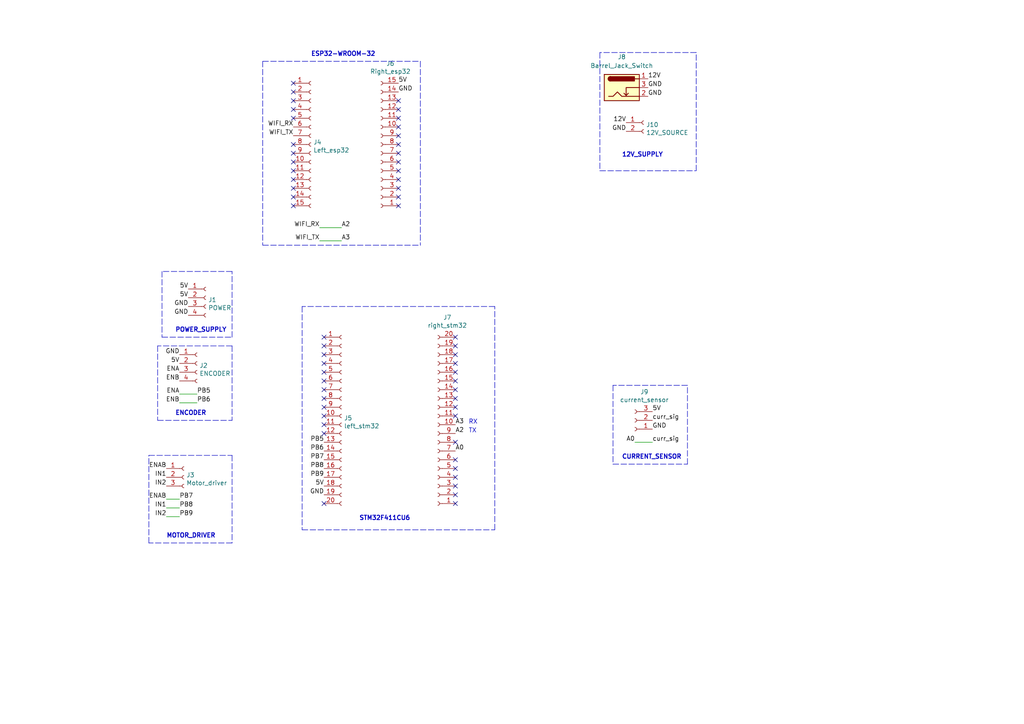
<source format=kicad_sch>
(kicad_sch (version 20211123) (generator eeschema)
  (paper "A4")
  (title_block (title "Motor control") (date "2022-03-30") (rev "v01") (comment 1 "Author: Leehaney George"))
  (lib_symbols
    (symbol "Connector:Barrel_Jack_Switch" (pin_names hide)
      (property "Reference" "J" (at 0 5.334 0))
      (property "Value" "Barrel_Jack_Switch" (at 0 -5.08 0))
      (symbol "Barrel_Jack_Switch_0_1"
        (rectangle (start -5.08 3.81) (end 5.08 -3.81) (stroke (width 0.254)) (fill (type background)))
        (arc (start -3.302 3.175) (mid -3.937 2.54) (end -3.302 1.905) (stroke (width 0.254)))
        (arc (start -3.302 3.175) (mid -3.937 2.54) (end -3.302 1.905) (stroke (width 0.254)) (fill (type outline)))
        (polyline (pts (xy 1.27 -2.286) (xy 1.905 -1.651)) (stroke (width 0.254)))
        (polyline (pts (xy 5.08 2.54) (xy 3.81 2.54)) (stroke (width 0.254)))
        (polyline (pts (xy 5.08 0) (xy 1.27 0) (xy 1.27 -2.286) (xy 0.635 -1.651)) (stroke (width 0.254)))
        (polyline (pts (xy -3.81 -2.54) (xy -2.54 -2.54) (xy -1.27 -1.27) (xy 0 -2.54) (xy 2.54 -2.54) (xy 5.08 -2.54)) (stroke (width 0.254)))
        (rectangle (start 3.683 3.175) (end -3.302 1.905) (stroke (width 0.254)) (fill (type outline)))
      )
      (symbol "Barrel_Jack_Switch_1_1"
        (pin passive line (at 7.62 2.54 180) (length 2.54) (name "~") (number "1"))
        (pin passive line (at 7.62 -2.54 180) (length 2.54) (name "~") (number "2"))
        (pin passive line (at 7.62 0 180) (length 2.54) (name "~") (number "3"))
      )
    )
    (symbol "Connector:Conn_01x02_Female" (pin_names (offset 1.016) hide)
      (property "Reference" "J" (at 0 2.54 0))
      (property "Value" "Conn_01x02_Female" (at 0 -5.08 0))
      (symbol "Conn_01x02_Female_1_1"
        (arc (start 0 -2.032) (mid -0.508 -2.54) (end 0 -3.048) (stroke (width 0.1524)))
        (polyline (pts (xy -1.27 -2.54) (xy -0.508 -2.54)) (stroke (width 0.1524)))
        (polyline (pts (xy -1.27 0) (xy -0.508 0)) (stroke (width 0.1524)))
        (arc (start 0 0.508) (mid -0.508 0) (end 0 -0.508) (stroke (width 0.1524)))
        (pin passive line (at -5.08 0 0) (length 3.81) (name "Pin_1") (number "1"))
        (pin passive line (at -5.08 -2.54 0) (length 3.81) (name "Pin_2") (number "2"))
      )
    )
    (symbol "Connector:Conn_01x03_Female" (pin_names (offset 1.016) hide)
      (property "Reference" "J" (at 0 5.08 0))
      (property "Value" "Conn_01x03_Female" (at 0 -5.08 0))
      (symbol "Conn_01x03_Female_1_1"
        (arc (start 0 -2.032) (mid -0.508 -2.54) (end 0 -3.048) (stroke (width 0.1524)))
        (polyline (pts (xy -1.27 -2.54) (xy -0.508 -2.54)) (stroke (width 0.1524)))
        (polyline (pts (xy -1.27 0) (xy -0.508 0)) (stroke (width 0.1524)))
        (polyline (pts (xy -1.27 2.54) (xy -0.508 2.54)) (stroke (width 0.1524)))
        (arc (start 0 0.508) (mid -0.508 0) (end 0 -0.508) (stroke (width 0.1524)))
        (arc (start 0 3.048) (mid -0.508 2.54) (end 0 2.032) (stroke (width 0.1524)))
        (pin passive line (at -5.08 2.54 0) (length 3.81) (name "Pin_1") (number "1"))
        (pin passive line (at -5.08 0 0) (length 3.81) (name "Pin_2") (number "2"))
        (pin passive line (at -5.08 -2.54 0) (length 3.81) (name "Pin_3") (number "3"))
      )
    )
    (symbol "Connector:Conn_01x04_Female" (pin_names (offset 1.016) hide)
      (property "Reference" "J" (at 0 5.08 0))
      (property "Value" "Conn_01x04_Female" (at 0 -7.62 0))
      (symbol "Conn_01x04_Female_1_1"
        (arc (start 0 -4.572) (mid -0.508 -5.08) (end 0 -5.588) (stroke (width 0.1524)))
        (arc (start 0 -2.032) (mid -0.508 -2.54) (end 0 -3.048) (stroke (width 0.1524)))
        (polyline (pts (xy -1.27 -5.08) (xy -0.508 -5.08)) (stroke (width 0.1524)))
        (polyline (pts (xy -1.27 -2.54) (xy -0.508 -2.54)) (stroke (width 0.1524)))
        (polyline (pts (xy -1.27 0) (xy -0.508 0)) (stroke (width 0.1524)))
        (polyline (pts (xy -1.27 2.54) (xy -0.508 2.54)) (stroke (width 0.1524)))
        (arc (start 0 0.508) (mid -0.508 0) (end 0 -0.508) (stroke (width 0.1524)))
        (arc (start 0 3.048) (mid -0.508 2.54) (end 0 2.032) (stroke (width 0.1524)))
        (pin passive line (at -5.08 2.54 0) (length 3.81) (name "Pin_1") (number "1"))
        (pin passive line (at -5.08 0 0) (length 3.81) (name "Pin_2") (number "2"))
        (pin passive line (at -5.08 -2.54 0) (length 3.81) (name "Pin_3") (number "3"))
        (pin passive line (at -5.08 -5.08 0) (length 3.81) (name "Pin_4") (number "4"))
      )
    )
    (symbol "Connector:Conn_01x15_Female" (pin_names (offset 1.016) hide)
      (property "Reference" "J" (at 0 20.32 0))
      (property "Value" "Conn_01x15_Female" (at 0 -20.32 0))
      (symbol "Conn_01x15_Female_1_1"
        (arc (start 0 -17.272) (mid -0.508 -17.78) (end 0 -18.288) (stroke (width 0.1524)))
        (arc (start 0 -14.732) (mid -0.508 -15.24) (end 0 -15.748) (stroke (width 0.1524)))
        (arc (start 0 -12.192) (mid -0.508 -12.7) (end 0 -13.208) (stroke (width 0.1524)))
        (arc (start 0 -9.652) (mid -0.508 -10.16) (end 0 -10.668) (stroke (width 0.1524)))
        (arc (start 0 -7.112) (mid -0.508 -7.62) (end 0 -8.128) (stroke (width 0.1524)))
        (arc (start 0 -4.572) (mid -0.508 -5.08) (end 0 -5.588) (stroke (width 0.1524)))
        (arc (start 0 -2.032) (mid -0.508 -2.54) (end 0 -3.048) (stroke (width 0.1524)))
        (polyline (pts (xy -1.27 -17.78) (xy -0.508 -17.78)) (stroke (width 0.1524)))
        (polyline (pts (xy -1.27 -15.24) (xy -0.508 -15.24)) (stroke (width 0.1524)))
        (polyline (pts (xy -1.27 -12.7) (xy -0.508 -12.7)) (stroke (width 0.1524)))
        (polyline (pts (xy -1.27 -10.16) (xy -0.508 -10.16)) (stroke (width 0.1524)))
        (polyline (pts (xy -1.27 -7.62) (xy -0.508 -7.62)) (stroke (width 0.1524)))
        (polyline (pts (xy -1.27 -5.08) (xy -0.508 -5.08)) (stroke (width 0.1524)))
        (polyline (pts (xy -1.27 -2.54) (xy -0.508 -2.54)) (stroke (width 0.1524)))
        (polyline (pts (xy -1.27 0) (xy -0.508 0)) (stroke (width 0.1524)))
        (polyline (pts (xy -1.27 2.54) (xy -0.508 2.54)) (stroke (width 0.1524)))
        (polyline (pts (xy -1.27 5.08) (xy -0.508 5.08)) (stroke (width 0.1524)))
        (polyline (pts (xy -1.27 7.62) (xy -0.508 7.62)) (stroke (width 0.1524)))
        (polyline (pts (xy -1.27 10.16) (xy -0.508 10.16)) (stroke (width 0.1524)))
        (polyline (pts (xy -1.27 12.7) (xy -0.508 12.7)) (stroke (width 0.1524)))
        (polyline (pts (xy -1.27 15.24) (xy -0.508 15.24)) (stroke (width 0.1524)))
        (polyline (pts (xy -1.27 17.78) (xy -0.508 17.78)) (stroke (width 0.1524)))
        (arc (start 0 0.508) (mid -0.508 0) (end 0 -0.508) (stroke (width 0.1524)))
        (arc (start 0 3.048) (mid -0.508 2.54) (end 0 2.032) (stroke (width 0.1524)))
        (arc (start 0 5.588) (mid -0.508 5.08) (end 0 4.572) (stroke (width 0.1524)))
        (arc (start 0 8.128) (mid -0.508 7.62) (end 0 7.112) (stroke (width 0.1524)))
        (arc (start 0 10.668) (mid -0.508 10.16) (end 0 9.652) (stroke (width 0.1524)))
        (arc (start 0 13.208) (mid -0.508 12.7) (end 0 12.192) (stroke (width 0.1524)))
        (arc (start 0 15.748) (mid -0.508 15.24) (end 0 14.732) (stroke (width 0.1524)))
        (arc (start 0 18.288) (mid -0.508 17.78) (end 0 17.272) (stroke (width 0.1524)))
        (pin passive line (at -5.08 17.78 0) (length 3.81) (name "Pin_1") (number "1"))
        (pin passive line (at -5.08 -5.08 0) (length 3.81) (name "Pin_10") (number "10"))
        (pin passive line (at -5.08 -7.62 0) (length 3.81) (name "Pin_11") (number "11"))
        (pin passive line (at -5.08 -10.16 0) (length 3.81) (name "Pin_12") (number "12"))
        (pin passive line (at -5.08 -12.7 0) (length 3.81) (name "Pin_13") (number "13"))
        (pin passive line (at -5.08 -15.24 0) (length 3.81) (name "Pin_14") (number "14"))
        (pin passive line (at -5.08 -17.78 0) (length 3.81) (name "Pin_15") (number "15"))
        (pin passive line (at -5.08 15.24 0) (length 3.81) (name "Pin_2") (number "2"))
        (pin passive line (at -5.08 12.7 0) (length 3.81) (name "Pin_3") (number "3"))
        (pin passive line (at -5.08 10.16 0) (length 3.81) (name "Pin_4") (number "4"))
        (pin passive line (at -5.08 7.62 0) (length 3.81) (name "Pin_5") (number "5"))
        (pin passive line (at -5.08 5.08 0) (length 3.81) (name "Pin_6") (number "6"))
        (pin passive line (at -5.08 2.54 0) (length 3.81) (name "Pin_7") (number "7"))
        (pin passive line (at -5.08 0 0) (length 3.81) (name "Pin_8") (number "8"))
        (pin passive line (at -5.08 -2.54 0) (length 3.81) (name "Pin_9") (number "9"))
      )
    )
    (symbol "Connector:Conn_01x20_Female" (pin_names (offset 1.016) hide)
      (property "Reference" "J" (at 0 25.4 0))
      (property "Value" "Conn_01x20_Female" (at 0 -27.94 0))
      (symbol "Conn_01x20_Female_1_1"
        (arc (start 0 -24.892) (mid -0.508 -25.4) (end 0 -25.908) (stroke (width 0.1524)))
        (arc (start 0 -22.352) (mid -0.508 -22.86) (end 0 -23.368) (stroke (width 0.1524)))
        (arc (start 0 -19.812) (mid -0.508 -20.32) (end 0 -20.828) (stroke (width 0.1524)))
        (arc (start 0 -17.272) (mid -0.508 -17.78) (end 0 -18.288) (stroke (width 0.1524)))
        (arc (start 0 -14.732) (mid -0.508 -15.24) (end 0 -15.748) (stroke (width 0.1524)))
        (arc (start 0 -12.192) (mid -0.508 -12.7) (end 0 -13.208) (stroke (width 0.1524)))
        (arc (start 0 -9.652) (mid -0.508 -10.16) (end 0 -10.668) (stroke (width 0.1524)))
        (arc (start 0 -7.112) (mid -0.508 -7.62) (end 0 -8.128) (stroke (width 0.1524)))
        (arc (start 0 -4.572) (mid -0.508 -5.08) (end 0 -5.588) (stroke (width 0.1524)))
        (arc (start 0 -2.032) (mid -0.508 -2.54) (end 0 -3.048) (stroke (width 0.1524)))
        (polyline (pts (xy -1.27 -25.4) (xy -0.508 -25.4)) (stroke (width 0.1524)))
        (polyline (pts (xy -1.27 -22.86) (xy -0.508 -22.86)) (stroke (width 0.1524)))
        (polyline (pts (xy -1.27 -20.32) (xy -0.508 -20.32)) (stroke (width 0.1524)))
        (polyline (pts (xy -1.27 -17.78) (xy -0.508 -17.78)) (stroke (width 0.1524)))
        (polyline (pts (xy -1.27 -15.24) (xy -0.508 -15.24)) (stroke (width 0.1524)))
        (polyline (pts (xy -1.27 -12.7) (xy -0.508 -12.7)) (stroke (width 0.1524)))
        (polyline (pts (xy -1.27 -10.16) (xy -0.508 -10.16)) (stroke (width 0.1524)))
        (polyline (pts (xy -1.27 -7.62) (xy -0.508 -7.62)) (stroke (width 0.1524)))
        (polyline (pts (xy -1.27 -5.08) (xy -0.508 -5.08)) (stroke (width 0.1524)))
        (polyline (pts (xy -1.27 -2.54) (xy -0.508 -2.54)) (stroke (width 0.1524)))
        (polyline (pts (xy -1.27 0) (xy -0.508 0)) (stroke (width 0.1524)))
        (polyline (pts (xy -1.27 2.54) (xy -0.508 2.54)) (stroke (width 0.1524)))
        (polyline (pts (xy -1.27 5.08) (xy -0.508 5.08)) (stroke (width 0.1524)))
        (polyline (pts (xy -1.27 7.62) (xy -0.508 7.62)) (stroke (width 0.1524)))
        (polyline (pts (xy -1.27 10.16) (xy -0.508 10.16)) (stroke (width 0.1524)))
        (polyline (pts (xy -1.27 12.7) (xy -0.508 12.7)) (stroke (width 0.1524)))
        (polyline (pts (xy -1.27 15.24) (xy -0.508 15.24)) (stroke (width 0.1524)))
        (polyline (pts (xy -1.27 17.78) (xy -0.508 17.78)) (stroke (width 0.1524)))
        (polyline (pts (xy -1.27 20.32) (xy -0.508 20.32)) (stroke (width 0.1524)))
        (polyline (pts (xy -1.27 22.86) (xy -0.508 22.86)) (stroke (width 0.1524)))
        (arc (start 0 0.508) (mid -0.508 0) (end 0 -0.508) (stroke (width 0.1524)))
        (arc (start 0 3.048) (mid -0.508 2.54) (end 0 2.032) (stroke (width 0.1524)))
        (arc (start 0 5.588) (mid -0.508 5.08) (end 0 4.572) (stroke (width 0.1524)))
        (arc (start 0 8.128) (mid -0.508 7.62) (end 0 7.112) (stroke (width 0.1524)))
        (arc (start 0 10.668) (mid -0.508 10.16) (end 0 9.652) (stroke (width 0.1524)))
        (arc (start 0 13.208) (mid -0.508 12.7) (end 0 12.192) (stroke (width 0.1524)))
        (arc (start 0 15.748) (mid -0.508 15.24) (end 0 14.732) (stroke (width 0.1524)))
        (arc (start 0 18.288) (mid -0.508 17.78) (end 0 17.272) (stroke (width 0.1524)))
        (arc (start 0 20.828) (mid -0.508 20.32) (end 0 19.812) (stroke (width 0.1524)))
        (arc (start 0 23.368) (mid -0.508 22.86) (end 0 22.352) (stroke (width 0.1524)))
        (pin passive line (at -5.08 22.86 0) (length 3.81) (name "Pin_1") (number "1"))
        (pin passive line (at -5.08 0 0) (length 3.81) (name "Pin_10") (number "10"))
        (pin passive line (at -5.08 -2.54 0) (length 3.81) (name "Pin_11") (number "11"))
        (pin passive line (at -5.08 -5.08 0) (length 3.81) (name "Pin_12") (number "12"))
        (pin passive line (at -5.08 -7.62 0) (length 3.81) (name "Pin_13") (number "13"))
        (pin passive line (at -5.08 -10.16 0) (length 3.81) (name "Pin_14") (number "14"))
        (pin passive line (at -5.08 -12.7 0) (length 3.81) (name "Pin_15") (number "15"))
        (pin passive line (at -5.08 -15.24 0) (length 3.81) (name "Pin_16") (number "16"))
        (pin passive line (at -5.08 -17.78 0) (length 3.81) (name "Pin_17") (number "17"))
        (pin passive line (at -5.08 -20.32 0) (length 3.81) (name "Pin_18") (number "18"))
        (pin passive line (at -5.08 -22.86 0) (length 3.81) (name "Pin_19") (number "19"))
        (pin passive line (at -5.08 20.32 0) (length 3.81) (name "Pin_2") (number "2"))
        (pin passive line (at -5.08 -25.4 0) (length 3.81) (name "Pin_20") (number "20"))
        (pin passive line (at -5.08 17.78 0) (length 3.81) (name "Pin_3") (number "3"))
        (pin passive line (at -5.08 15.24 0) (length 3.81) (name "Pin_4") (number "4"))
        (pin passive line (at -5.08 12.7 0) (length 3.81) (name "Pin_5") (number "5"))
        (pin passive line (at -5.08 10.16 0) (length 3.81) (name "Pin_6") (number "6"))
        (pin passive line (at -5.08 7.62 0) (length 3.81) (name "Pin_7") (number "7"))
        (pin passive line (at -5.08 5.08 0) (length 3.81) (name "Pin_8") (number "8"))
        (pin passive line (at -5.08 2.54 0) (length 3.81) (name "Pin_9") (number "9"))
      )
    )
  )
  (no_connect (at 115.57 34.29))
  (no_connect (at 132.08 105.41))
  (no_connect (at 85.09 59.69))
  (no_connect (at 132.08 100.33))
  (no_connect (at 93.98 123.19))
  (no_connect (at 85.09 34.29))
  (no_connect (at 85.09 46.99))
  (no_connect (at 132.08 140.97))
  (no_connect (at 132.08 102.87))
  (no_connect (at 132.08 143.51))
  (no_connect (at 115.57 39.37))
  (no_connect (at 115.57 52.07))
  (no_connect (at 132.08 97.79))
  (no_connect (at 85.09 49.53))
  (no_connect (at 115.57 29.21))
  (no_connect (at 93.98 118.11))
  (no_connect (at 132.08 128.27))
  (no_connect (at 85.09 41.91))
  (no_connect (at 93.98 113.03))
  (no_connect (at 115.57 44.45))
  (no_connect (at 132.08 110.49))
  (no_connect (at 85.09 24.13))
  (no_connect (at 115.57 57.15))
  (no_connect (at 93.98 146.05))
  (no_connect (at 85.09 31.75))
  (no_connect (at 93.98 125.73))
  (no_connect (at 85.09 26.67))
  (no_connect (at 93.98 115.57))
  (no_connect (at 115.57 59.69))
  (no_connect (at 132.08 133.35))
  (no_connect (at 132.08 107.95))
  (no_connect (at 93.98 120.65))
  (no_connect (at 85.09 29.21))
  (no_connect (at 85.09 57.15))
  (no_connect (at 115.57 41.91))
  (no_connect (at 85.09 54.61))
  (no_connect (at 115.57 49.53))
  (no_connect (at 132.08 115.57))
  (no_connect (at 115.57 36.83))
  (no_connect (at 115.57 46.99))
  (no_connect (at 93.98 100.33))
  (no_connect (at 93.98 107.95))
  (no_connect (at 85.09 52.07))
  (no_connect (at 85.09 44.45))
  (no_connect (at 132.08 135.89))
  (no_connect (at 93.98 97.79))
  (no_connect (at 132.08 146.05))
  (no_connect (at 132.08 118.11))
  (no_connect (at 132.08 113.03))
  (no_connect (at 132.08 138.43))
  (no_connect (at 115.57 31.75))
  (no_connect (at 93.98 102.87))
  (no_connect (at 93.98 110.49))
  (no_connect (at 132.08 120.65))
  (no_connect (at 115.57 54.61))
  (no_connect (at 93.98 105.41))
  (polyline (pts (xy 46.99 97.79) (xy 67.31 97.79)))
  (wire (pts (xy 189.23 128.27) (xy 184.15 128.27)))
  (polyline (pts (xy 45.72 121.92) (xy 67.31 121.92)))
  (polyline (pts (xy 173.99 15.24) (xy 173.99 49.53)))
  (polyline (pts (xy 173.99 49.53) (xy 201.93 49.53)))
  (polyline (pts (xy 76.2 71.12) (xy 121.92 71.12)))
  (polyline (pts (xy 87.63 88.9) (xy 87.63 153.67)))
  (polyline (pts (xy 46.99 78.74) (xy 46.99 97.79)))
  (wire (pts (xy 92.71 69.85) (xy 99.06 69.85)))
  (wire (pts (xy 52.07 114.3) (xy 57.15 114.3)))
  (polyline (pts (xy 143.51 88.9) (xy 87.63 88.9)))
  (polyline (pts (xy 76.2 17.78) (xy 121.92 17.78)))
  (polyline (pts (xy 177.8 111.76) (xy 177.8 134.62)))
  (wire (pts (xy 48.26 147.32) (xy 52.07 147.32)))
  (polyline (pts (xy 121.92 17.78) (xy 121.92 71.12)))
  (polyline (pts (xy 67.31 157.48) (xy 43.18 157.48)))
  (polyline (pts (xy 67.31 78.74) (xy 46.99 78.74)))
  (polyline (pts (xy 45.72 100.33) (xy 45.72 121.92)))
  (polyline (pts (xy 87.63 153.67) (xy 143.51 153.67)))
  (polyline (pts (xy 67.31 132.08) (xy 67.31 157.48)))
  (polyline (pts (xy 177.8 134.62) (xy 199.39 134.62)))
  (polyline (pts (xy 201.93 15.24) (xy 173.99 15.24)))
  (polyline (pts (xy 43.18 132.08) (xy 67.31 132.08)))
  (polyline (pts (xy 67.31 100.33) (xy 67.31 121.92)))
  (polyline (pts (xy 199.39 134.62) (xy 199.39 111.76)))
  (polyline (pts (xy 143.51 153.67) (xy 143.51 88.9)))
  (wire (pts (xy 48.26 144.78) (xy 52.07 144.78)))
  (wire (pts (xy 48.26 149.86) (xy 52.07 149.86)))
  (polyline (pts (xy 67.31 100.33) (xy 45.72 100.33)))
  (polyline (pts (xy 201.93 49.53) (xy 201.93 15.24)))
  (polyline (pts (xy 67.31 97.79) (xy 67.31 78.74)))
  (polyline (pts (xy 76.2 17.78) (xy 76.2 71.12)))
  (polyline (pts (xy 43.18 157.48) (xy 43.18 132.08)))
  (wire (pts (xy 99.06 66.04) (xy 92.71 66.04)))
  (wire (pts (xy 52.07 116.84) (xy 57.15 116.84)))
  (polyline (pts (xy 199.39 111.76) (xy 177.8 111.76)))
  (text "CURRENT_SENSOR\n" (at 180.34 133.35 0) (effects (font (size 1.27 1.27) (thickness 0.254) bold) (justify left bottom)))
  (text "ESP32-WROOM-32" (at 90.17 16.51 0) (effects (font (size 1.27 1.27) (thickness 0.254) bold) (justify left bottom)))
  (text "ENCODER" (at 50.8 120.65 0) (effects (font (size 1.27 1.27) (thickness 0.254) bold) (justify left bottom)))
  (text "12V_SUPPLY" (at 180.34 45.72 0) (effects (font (size 1.27 1.27) (thickness 0.254) bold) (justify left bottom)))
  (text "RX\n" (at 135.89 123.19 0) (effects (font (size 1.27 1.27)) (justify left bottom)))
  (text "MOTOR_DRIVER\n" (at 48.26 156.21 0) (effects (font (size 1.27 1.27) (thickness 0.254) bold) (justify left bottom)))
  (text "TX\n" (at 135.89 125.73 0) (effects (font (size 1.27 1.27)) (justify left bottom)))
  (text "POWER_SUPPLY" (at 50.8 96.52 0) (effects (font (size 1.27 1.27) (thickness 0.254) bold) (justify left bottom)))
  (text "STM32F411CU6\n" (at 104.14 151.13 0) (effects (font (size 1.27 1.27) (thickness 0.254) bold) (justify left bottom)))
  (label "5V" (at 54.61 83.82 180))
  (label "PB5" (at 57.15 114.3 0))
  (label "GND" (at 115.57 26.67 0))
  (label "IN2" (at 48.26 149.86 180))
  (label "A3" (at 132.08 123.19 0))
  (label "A3" (at 99.06 69.85 0))
  (label "PB5" (at 93.98 128.27 180))
  (label "GND" (at 181.61 38.1 180))
  (label "GND" (at 93.98 143.51 180))
  (label "ENB" (at 52.07 110.49 180))
  (label "IN2" (at 48.26 140.97 180))
  (label "5V" (at 189.23 119.38 0))
  (label "5V" (at 93.98 140.97 180))
  (label "PB7" (at 93.98 133.35 180))
  (label "PB6" (at 57.15 116.84 0))
  (label "ENB" (at 52.07 116.84 180))
  (label "GND" (at 187.96 25.4 0))
  (label "IN1" (at 48.26 138.43 180))
  (label "PB9" (at 93.98 138.43 180))
  (label "ENA" (at 52.07 107.95 180))
  (label "ENAB" (at 48.26 135.89 180))
  (label "A0" (at 184.15 128.27 180))
  (label "ENA" (at 52.07 114.3 180))
  (label "A2" (at 132.08 125.73 0))
  (label "WIFI_RX" (at 85.09 36.83 180))
  (label "PB8" (at 52.07 147.32 0))
  (label "GND" (at 52.07 102.87 180))
  (label "GND" (at 187.96 27.94 0))
  (label "A0" (at 132.08 130.81 0))
  (label "PB8" (at 93.98 135.89 180))
  (label "GND" (at 54.61 88.9 180))
  (label "WIFI_TX" (at 85.09 39.37 180))
  (label "IN1" (at 48.26 147.32 180))
  (label "PB6" (at 93.98 130.81 180))
  (label "curr_sig" (at 189.23 128.27 0))
  (label "5V" (at 52.07 105.41 180))
  (label "WIFI_RX" (at 92.71 66.04 180))
  (label "GND" (at 189.23 124.46 0))
  (label "GND" (at 54.61 91.44 180))
  (label "12V" (at 187.96 22.86 0))
  (label "curr_sig" (at 189.23 121.92 0))
  (label "A2" (at 99.06 66.04 0))
  (label "ENAB" (at 48.26 144.78 180))
  (label "PB9" (at 52.07 149.86 0))
  (label "5V" (at 54.61 86.36 180))
  (label "WIFI_TX" (at 92.71 69.85 180))
  (label "12V" (at 181.61 35.56 180))
  (label "5V" (at 115.57 24.13 0))
  (label "PB7" (at 52.07 144.78 0))
  (symbol (lib_id "Connector:Conn_01x03_Female") (at 184.15 121.92 180) (unit 1)
    (property "Reference" "J9" (at 186.8932 113.665 0))
    (property "Value" "current_sensor" (at 186.8932 115.9764 0))
    (property "Footprint" "Connector_PinSocket_2.54mm:PinSocket_1x03_P2.54mm_Vertical" (effects hide))
  )
  (symbol (lib_id "Connector:Conn_01x03_Female") (at 53.34 138.43 0) (unit 1)
    (property "Reference" "J3" (at 54.0512 137.7696 0) (effects (justify left)))
    (property "Value" "Motor_driver" (at 54.0512 140.081 0) (effects (justify left)))
    (property "Footprint" "Connector_PinSocket_2.54mm:PinSocket_1x03_P2.54mm_Vertical" (effects hide))
  )
  (symbol (lib_id "Connector:Conn_01x04_Female") (at 57.15 105.41 0) (unit 1)
    (property "Reference" "J2" (at 57.8612 106.0196 0) (effects (justify left)))
    (property "Value" "ENCODER" (at 57.8612 108.331 0) (effects (justify left)))
    (property "Footprint" "Connector_PinSocket_2.54mm:PinSocket_1x04_P2.54mm_Vertical" (effects hide))
  )
  (symbol (lib_id "Connector:Conn_01x04_Female") (at 59.69 86.36 0) (unit 1)
    (property "Reference" "J1" (at 60.4012 86.9696 0) (effects (justify left)))
    (property "Value" "POWER" (at 60.4012 89.281 0) (effects (justify left)))
    (property "Footprint" "Connector_PinSocket_2.54mm:PinSocket_1x04_P2.54mm_Vertical" (effects hide))
  )
  (symbol (lib_id "Connector:Conn_01x02_Female") (at 186.69 35.56 0) (unit 1)
    (property "Reference" "J10" (at 187.4012 36.1696 0) (effects (justify left)))
    (property "Value" "12V_SOURCE" (at 187.4012 38.481 0) (effects (justify left)))
    (property "Footprint" "Connector_PinSocket_2.54mm:PinSocket_1x02_P2.54mm_Vertical" (effects hide))
  )
  (symbol (lib_id "Connector:Conn_01x20_Female") (at 99.06 120.65 0) (unit 1)
    (property "Reference" "J5" (at 99.7712 121.2596 0) (effects (justify left)))
    (property "Value" "left_stm32" (at 99.7712 123.571 0) (effects (justify left)))
    (property "Footprint" "Connector_PinSocket_2.54mm:PinSocket_1x20_P2.54mm_Vertical" (effects hide))
  )
  (symbol (lib_id "Connector:Conn_01x20_Female") (at 127 123.19 180) (unit 1)
    (property "Reference" "J7" (at 129.7432 92.075 0))
    (property "Value" "right_stm32" (at 129.7432 94.3864 0))
    (property "Footprint" "Connector_PinSocket_2.54mm:PinSocket_1x20_P2.54mm_Vertical" (effects hide))
  )
  (symbol (lib_id "Connector:Conn_01x15_Female") (at 90.17 41.91 0) (unit 1)
    (property "Reference" "J4" (at 90.8812 41.2496 0) (effects (justify left)))
    (property "Value" "Left_esp32" (at 90.8812 43.561 0) (effects (justify left)))
    (property "Footprint" "Connector_PinSocket_2.54mm:PinSocket_1x15_P2.54mm_Vertical" (effects hide))
  )
  (symbol (lib_id "Connector:Conn_01x15_Female") (at 110.49 41.91 180) (unit 1)
    (property "Reference" "J6" (at 113.2332 18.415 0))
    (property "Value" "Right_esp32" (at 113.2332 20.7264 0))
    (property "Footprint" "Connector_PinSocket_2.54mm:PinSocket_1x15_P2.54mm_Vertical" (effects hide))
  )
  (symbol (lib_id "Connector:Barrel_Jack_Switch") (at 180.34 25.4 0) (unit 1)
    (property "Reference" "J8" (at 180.34 16.51 0))
    (property "Value" "Barrel_Jack_Switch" (at 180.34 19.05 0))
  )
)
</source>
